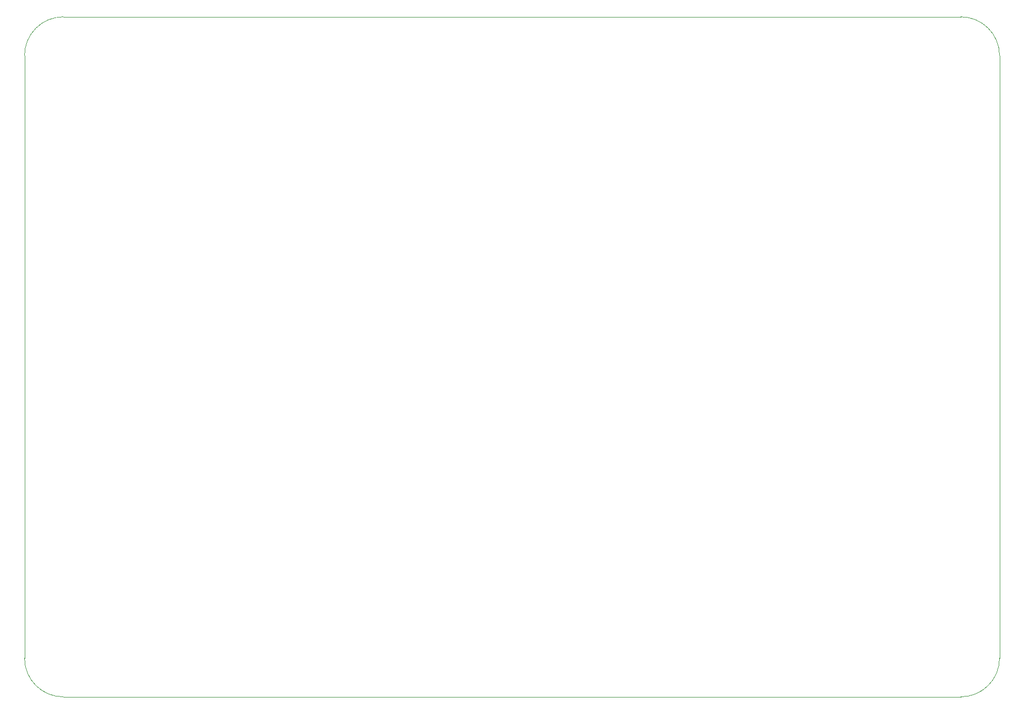
<source format=gbr>
G04 #@! TF.GenerationSoftware,KiCad,Pcbnew,(5.1.2-1)-1*
G04 #@! TF.CreationDate,2020-07-28T22:06:20+02:00*
G04 #@! TF.ProjectId,jamloopy-ctrl,6a616d6c-6f6f-4707-992d-6374726c2e6b,rev?*
G04 #@! TF.SameCoordinates,Original*
G04 #@! TF.FileFunction,Profile,NP*
%FSLAX46Y46*%
G04 Gerber Fmt 4.6, Leading zero omitted, Abs format (unit mm)*
G04 Created by KiCad (PCBNEW (5.1.2-1)-1) date 2020-07-28 22:06:20*
%MOMM*%
%LPD*%
G04 APERTURE LIST*
%ADD10C,0.050000*%
G04 APERTURE END LIST*
D10*
X229870000Y-156210000D02*
X82550000Y-156210000D01*
X82550000Y-156210000D02*
G75*
G02X76200000Y-149860000I0J6350000D01*
G01*
X76200000Y-50800000D02*
X76200000Y-149860000D01*
X76200000Y-50800000D02*
G75*
G02X82550000Y-44450000I6350000J0D01*
G01*
X236220000Y-149860000D02*
G75*
G02X229870000Y-156210000I-6350000J0D01*
G01*
X236220000Y-50800000D02*
X236220000Y-149860000D01*
X229870000Y-44450000D02*
G75*
G02X236220000Y-50800000I0J-6350000D01*
G01*
X82550000Y-44450000D02*
X229870000Y-44450000D01*
M02*

</source>
